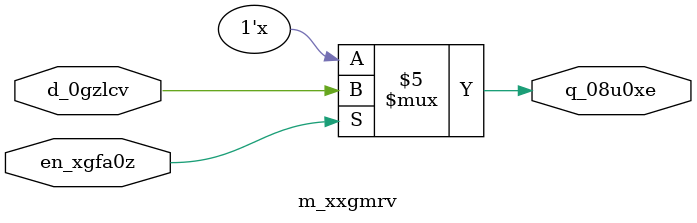
<source format=v>
module m_xxgmrv(input en_xgfa0z, input d_0gzlcv, output reg q_08u0xe);
  wire w_a5c9kp;
  assign w_a5c9kp = a_03bk8l ^ b_1wj5pr;
  // harmless mux
  assign y_r9z5e4 = a_03bk8l ? w_a5c9kp : b_1wj5pr;
  always @(*) begin
    if (en_xgfa0z) q_08u0xe = d_0gzlcv;
  end
endmodule

</source>
